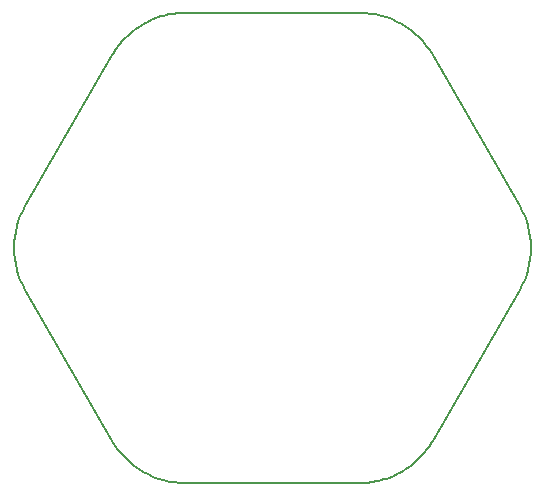
<source format=gbr>
%TF.GenerationSoftware,KiCad,Pcbnew,7.0.7*%
%TF.CreationDate,2023-09-02T14:38:41-07:00*%
%TF.ProjectId,badgelife101,62616467-656c-4696-9665-3130312e6b69,rev?*%
%TF.SameCoordinates,Original*%
%TF.FileFunction,Profile,NP*%
%FSLAX46Y46*%
G04 Gerber Fmt 4.6, Leading zero omitted, Abs format (unit mm)*
G04 Created by KiCad (PCBNEW 7.0.7) date 2023-09-02 14:38:41*
%MOMM*%
%LPD*%
G01*
G04 APERTURE LIST*
%TA.AperFunction,Profile*%
%ADD10C,0.172347*%
%TD*%
G04 APERTURE END LIST*
D10*
X140178430Y-109913823D02*
X140178427Y-109913830D01*
X140656636Y-109897920D02*
X140418185Y-109909831D01*
X141128969Y-109850716D02*
X140893618Y-109878184D01*
X141362525Y-109815611D02*
X141128969Y-109850716D01*
X141594124Y-109772964D02*
X141362525Y-109815611D01*
X141823600Y-109722869D02*
X141594124Y-109772964D01*
X122291747Y-70828418D02*
X122501798Y-70728827D01*
X121882094Y-71047584D02*
X122085124Y-70934701D01*
X121109163Y-71563220D02*
X121296191Y-71424884D01*
X120406775Y-107823107D02*
X120085305Y-107481392D01*
X120748498Y-71858180D02*
X120926544Y-71707684D01*
X120575188Y-72014615D02*
X120748498Y-71858180D01*
X120085308Y-72518608D02*
X120243429Y-72344923D01*
X119932575Y-72697855D02*
X120085308Y-72518608D01*
X124054428Y-109772971D02*
X123597759Y-109665427D01*
X121682820Y-71166972D02*
X121882094Y-71047584D01*
X121487464Y-71292770D02*
X121682820Y-71166972D01*
X119508350Y-73268018D02*
X119643933Y-73072654D01*
X140178430Y-70086174D02*
X140656634Y-70102077D01*
X119255476Y-73674204D02*
X119378809Y-73468566D01*
X111901323Y-86411969D02*
X119255476Y-73674204D01*
X119508346Y-106731981D02*
X119255472Y-106325795D01*
X119785396Y-72882568D02*
X119932575Y-72697855D01*
X154333089Y-92291576D02*
X154167846Y-92733288D01*
X145241775Y-107823106D02*
X145073365Y-107985385D01*
X143965734Y-108833027D02*
X143766460Y-108952415D01*
X123373021Y-70399286D02*
X123597764Y-70334577D01*
X111675992Y-86834058D02*
X111901323Y-86411969D01*
X110954934Y-89535648D02*
X111000000Y-89072804D01*
X141128967Y-70149281D02*
X141594121Y-70227032D01*
X111075110Y-88612980D02*
X111180264Y-88157683D01*
X124519582Y-109850723D02*
X124054428Y-109772971D01*
X119255472Y-106325795D02*
X111901323Y-93588032D01*
X145863157Y-72882567D02*
X146140205Y-73268018D01*
X121487460Y-108707232D02*
X121109160Y-108436782D01*
X140893618Y-109878184D02*
X140656636Y-109897920D01*
X111675993Y-93165943D02*
X111480706Y-92733288D01*
X124991916Y-109897928D02*
X124519582Y-109850723D01*
X120926544Y-71707684D02*
X121109163Y-71563220D01*
X144352363Y-108575115D02*
X144161090Y-108707229D01*
X123150884Y-109528845D02*
X122715109Y-109363980D01*
X124754938Y-70121814D02*
X124991920Y-70102077D01*
X111480705Y-87266713D02*
X111675992Y-86834058D01*
X122085124Y-70934701D02*
X122291747Y-70828418D01*
X120748495Y-108141822D02*
X120406775Y-107823107D01*
X123150889Y-70471159D02*
X123373021Y-70399286D01*
X145241774Y-72176893D02*
X145563245Y-72518608D01*
X111000001Y-90927197D02*
X110954934Y-90464353D01*
X146393080Y-106325795D02*
X146269745Y-106531433D01*
X111315463Y-87708425D02*
X111480705Y-87266713D01*
X111480706Y-92733288D02*
X111315464Y-92291576D01*
X154167846Y-87266713D02*
X154333089Y-87708425D01*
X110939912Y-90000000D02*
X110954934Y-89535648D01*
X111075111Y-91387021D02*
X111000001Y-90927197D01*
X111000000Y-89072804D02*
X111075110Y-88612980D01*
X122291742Y-109171586D02*
X121882090Y-108952419D01*
X146269745Y-106531433D02*
X146140205Y-106731981D01*
X125230370Y-70090166D02*
X125470125Y-70086174D01*
X144161087Y-71292769D02*
X144539388Y-71563219D01*
X119785393Y-107117432D02*
X119508346Y-106731981D01*
X143563430Y-109065298D02*
X143356808Y-109171581D01*
X111901323Y-93588032D02*
X111675993Y-93165943D01*
X144539388Y-71563219D02*
X144900053Y-71858179D01*
X121109160Y-108436782D02*
X120748495Y-108141822D01*
X122501798Y-70728827D02*
X122715114Y-70636024D01*
X140178427Y-109913830D02*
X125470121Y-109913830D01*
X111180265Y-91842318D02*
X111075111Y-91387021D01*
X154693619Y-90464353D02*
X154648553Y-90927197D01*
X123597764Y-70334577D02*
X123824956Y-70277128D01*
X119378809Y-73468566D02*
X119508350Y-73268018D01*
X125470121Y-109913830D02*
X124991916Y-109897928D01*
X142497663Y-70471158D02*
X142933438Y-70636023D01*
X120085305Y-107481392D02*
X119785393Y-107117432D01*
X111315464Y-92291576D02*
X111180265Y-91842318D01*
X145563245Y-72518608D02*
X145863157Y-72882567D01*
X110954934Y-90464353D02*
X110939912Y-90000000D01*
X144900053Y-71858179D02*
X145241774Y-72176893D01*
X153972560Y-86834058D02*
X154167846Y-87266713D01*
X122715114Y-70636024D02*
X122931532Y-70550103D01*
X123824956Y-70277128D02*
X124054433Y-70227033D01*
X119643933Y-73072654D02*
X119785396Y-72882568D01*
X124054433Y-70227033D02*
X124286031Y-70184386D01*
X154333089Y-87708425D02*
X154468288Y-88157683D01*
X120243429Y-72344923D02*
X120406777Y-72176894D01*
X124286031Y-70184386D02*
X124519587Y-70149281D01*
X120406777Y-72176894D02*
X120575188Y-72014615D01*
X124519587Y-70149281D02*
X124754938Y-70121814D01*
X125470125Y-70086174D02*
X140178430Y-70086174D01*
X140656634Y-70102077D02*
X141128967Y-70149281D01*
X141594121Y-70227032D02*
X142050789Y-70334576D01*
X140418185Y-109909831D02*
X140178430Y-109913823D01*
X142050789Y-70334576D02*
X142497663Y-70471158D01*
X142933438Y-70636023D02*
X143356805Y-70828416D01*
X122715109Y-109363980D02*
X122291742Y-109171586D01*
X143356805Y-70828416D02*
X143766457Y-71047583D01*
X143766457Y-71047583D02*
X144161087Y-71292769D01*
X146140205Y-73268018D02*
X146393080Y-73674204D01*
X154468288Y-88157683D02*
X154573442Y-88612980D01*
X142933441Y-109363974D02*
X142717023Y-109449895D01*
X154573442Y-88612980D02*
X154648553Y-89072804D01*
X154648553Y-89072804D02*
X154693619Y-89535648D01*
X154693619Y-89535648D02*
X154708641Y-90000000D01*
X145863158Y-107117432D02*
X145715978Y-107302145D01*
X153747228Y-86411969D02*
X153972560Y-86834058D01*
X142275535Y-109600712D02*
X142050792Y-109665421D01*
X154708641Y-90000000D02*
X154693619Y-90464353D01*
X154648553Y-90927197D02*
X154573442Y-91387021D01*
X154573442Y-91387021D02*
X154468288Y-91842318D01*
X111180264Y-88157683D02*
X111315463Y-87708425D01*
X154468288Y-91842318D02*
X154333089Y-92291576D01*
X145073365Y-107985385D02*
X144900055Y-108141820D01*
X154167846Y-92733288D02*
X153972560Y-93165943D01*
X153972560Y-93165943D02*
X153747228Y-93588032D01*
X144161090Y-108707229D02*
X143965734Y-108833027D01*
X153747228Y-93588032D02*
X146393080Y-106325795D01*
X123597759Y-109665427D02*
X123150884Y-109528845D01*
X146140205Y-106731981D02*
X146004621Y-106927346D01*
X121296191Y-71424884D02*
X121487464Y-71292770D01*
X146004621Y-106927346D02*
X145863158Y-107117432D01*
X145715978Y-107302145D02*
X145563245Y-107481392D01*
X143356808Y-109171581D02*
X143146757Y-109271172D01*
X145563245Y-107481392D02*
X145405123Y-107655077D01*
X121882090Y-108952419D02*
X121487460Y-108707232D01*
X145405123Y-107655077D02*
X145241775Y-107823106D01*
X124991920Y-70102077D02*
X125230370Y-70090166D01*
X144900055Y-108141820D02*
X144722009Y-108292316D01*
X142050792Y-109665421D02*
X141823600Y-109722869D01*
X122931532Y-70550103D02*
X123150889Y-70471159D01*
X144722009Y-108292316D02*
X144539390Y-108436780D01*
X144539390Y-108436780D02*
X144352363Y-108575115D01*
X143766460Y-108952415D02*
X143563430Y-109065298D01*
X143146757Y-109271172D02*
X142933441Y-109363974D01*
X142717023Y-109449895D02*
X142497667Y-109528839D01*
X146393080Y-73674204D02*
X153747228Y-86411969D01*
X142497667Y-109528839D02*
X142275535Y-109600712D01*
M02*

</source>
